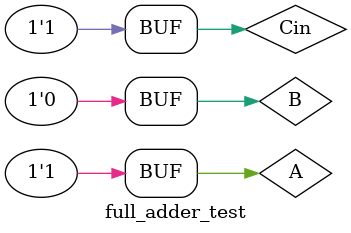
<source format=v>
`define DELAY 20
module full_adder_test(); 
reg  A, B, Cin;
wire Sum, Cout;

full_adder T(.Sum(Sum), .Cin(Cin), .Cout(Cout), .A(A), .B(B));

initial begin
A = 1'b0; B = 1'b0; Cin = 1'b0;
#`DELAY;
A = 1'b0; B = 1'b1; Cin = 1'b0;
#`DELAY;
A = 1'b1; B = 1'b0; Cin = 1'b0;
#`DELAY;
A = 1'b1; B = 1'b0; Cin = 1'b1;
end
 
 
initial 
begin
$monitor("Full Adder Test: A = %1b, B = %1b, RESULT = %1b, Cout = %1b, Cin = %1b", A, B, Sum, Cout, Cin);
end
 
endmodule
</source>
